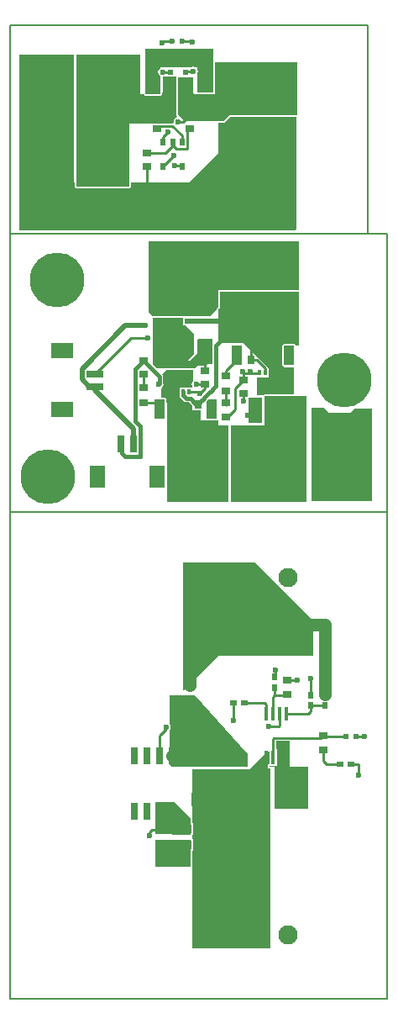
<source format=gtl>
G04*
G04 #@! TF.GenerationSoftware,Altium Limited,Altium Designer,18.1.9 (240)*
G04*
G04 Layer_Physical_Order=1*
G04 Layer_Color=255*
%FSLAX44Y44*%
%MOMM*%
G71*
G01*
G75*
%ADD10C,0.6000*%
%ADD11R,0.9000X1.2500*%
%ADD12R,0.9000X0.7500*%
%ADD13R,0.5500X0.5500*%
%ADD14R,0.9000X0.8000*%
%ADD15R,0.5500X0.8000*%
%ADD16C,0.2540*%
%ADD17R,5.5000X1.4300*%
%ADD18R,1.1000X1.7000*%
%ADD19R,0.5588X0.6604*%
%ADD20R,0.6604X0.5588*%
%ADD21R,0.4572X1.3589*%
%ADD22R,3.6000X0.9056*%
%ADD23R,0.6000X0.5000*%
%ADD24R,0.6500X1.7500*%
%ADD25R,0.4572X1.3716*%
%ADD26R,0.8000X0.9000*%
%ADD27C,1.2700*%
%ADD28R,0.5000X0.5600*%
%ADD29R,0.9000X0.7000*%
%ADD30R,0.7000X1.8000*%
%ADD31R,1.6000X2.2000*%
%ADD32R,1.8000X0.7000*%
%ADD33R,2.2000X1.6000*%
%ADD34R,0.9000X0.7000*%
%ADD35R,0.3000X0.6000*%
%ADD36R,2.4000X1.6000*%
%ADD37R,1.6000X0.6000*%
%ADD38C,0.3810*%
%ADD39C,0.5080*%
%ADD40C,0.2000*%
%ADD41C,2.5400*%
%ADD42C,1.9500*%
%ADD43C,5.5000*%
G36*
X204724Y922620D02*
X188214D01*
Y941643D01*
X188666Y942319D01*
X189017Y944084D01*
X188666Y945849D01*
X188214Y946525D01*
Y947640D01*
X187225D01*
X186169Y948345D01*
X184404Y948697D01*
X182639Y948345D01*
X181583Y947640D01*
X154572D01*
X153574Y947839D01*
X152576Y947640D01*
X151384D01*
Y947204D01*
X150312Y946488D01*
X149312Y944991D01*
X148961Y943226D01*
X149312Y941461D01*
X150312Y939964D01*
X151384Y939248D01*
Y920970D01*
X136144D01*
Y966690D01*
X204724D01*
Y922620D01*
D02*
G37*
G36*
X288798Y899380D02*
X220980D01*
X215138Y893538D01*
X175260D01*
X168656Y900142D01*
X168656Y925952D01*
X168684D01*
Y936500D01*
X168656D01*
Y938123D01*
X184150D01*
Y922240D01*
X185420Y920970D01*
X206502D01*
Y952720D01*
X288798D01*
Y899380D01*
D02*
G37*
G36*
X131064Y920462D02*
X134705D01*
X134978Y919804D01*
X136144Y919320D01*
X151384D01*
X152550Y919804D01*
X153034Y920970D01*
Y922620D01*
X153574Y923160D01*
X153574Y938242D01*
X166927Y938242D01*
X167006Y938123D01*
Y936500D01*
X167034Y936432D01*
Y926020D01*
X167006Y925952D01*
X167006Y900142D01*
X167489Y898976D01*
X167927Y898539D01*
X167558Y897323D01*
X167399Y897291D01*
X165902Y896292D01*
X164902Y894795D01*
X164551Y893030D01*
X164558Y892996D01*
X163075Y891513D01*
X153598D01*
Y891554D01*
X141550D01*
Y891252D01*
X119634D01*
Y827752D01*
X66294D01*
Y960340D01*
X131064D01*
Y920462D01*
D02*
G37*
G36*
X63754Y832070D02*
X64644D01*
Y827752D01*
X65128Y826586D01*
X66294Y826102D01*
X119634D01*
X120800Y826586D01*
X121284Y827752D01*
Y832070D01*
X180594D01*
X209804Y861280D01*
Y891888D01*
X215138D01*
X216304Y892372D01*
X221663Y897730D01*
X288544D01*
Y785080D01*
X287348Y783885D01*
X9144D01*
Y960340D01*
X63754D01*
Y832070D01*
D02*
G37*
G36*
X291084Y723496D02*
X209804D01*
Y720268D01*
X209699D01*
Y710220D01*
X209804D01*
Y706140D01*
X208761Y705443D01*
X207761Y703947D01*
X207693Y703605D01*
X201454Y697366D01*
X143764Y697366D01*
X139244Y701886D01*
X139244Y723496D01*
X139244Y772952D01*
X291084D01*
Y723496D01*
D02*
G37*
G36*
Y667616D02*
X287654D01*
X287170Y668782D01*
X286004Y669266D01*
X275844Y669266D01*
X274678Y668782D01*
X274194Y667616D01*
X274194Y647976D01*
X274678Y646810D01*
X275844Y646326D01*
Y646016D01*
X286004Y646016D01*
Y618466D01*
X256144Y618466D01*
X254981Y617984D01*
X254978Y617982D01*
X253878Y617500D01*
X253878Y617500D01*
X253878Y617500D01*
X248524D01*
Y635276D01*
X260604D01*
Y645016D01*
X235204Y670416D01*
X209804D01*
X209804Y704035D01*
X209950Y704254D01*
X210721Y704768D01*
X210814Y704909D01*
X210970Y704974D01*
X211155Y705418D01*
X211422Y705818D01*
X211389Y705984D01*
X211454Y706140D01*
Y710220D01*
X211349Y710473D01*
Y720014D01*
X211454Y720268D01*
Y721846D01*
X291084D01*
Y667616D01*
D02*
G37*
G36*
X174244Y690476D02*
X174370Y690350D01*
Y687962D01*
X176758D01*
X185166Y679554D01*
Y659497D01*
X178394Y652724D01*
X181593D01*
X188740Y659871D01*
Y673222D01*
X189638Y674120D01*
X203479Y674120D01*
X203479Y648720D01*
X190289Y648720D01*
X186083Y644514D01*
X178394D01*
Y645487D01*
X177432Y644659D01*
X176784Y644756D01*
X147381D01*
X143764Y648373D01*
Y695556D01*
X174244D01*
X174244Y690476D01*
D02*
G37*
G36*
X286004Y667616D02*
X286004Y647976D01*
X275844Y647976D01*
X275844Y667616D01*
X286004Y667616D01*
D02*
G37*
G36*
X233384D02*
X233384Y647976D01*
X223224Y647976D01*
X223224Y667616D01*
X233384Y667616D01*
D02*
G37*
G36*
X178394Y642865D02*
X184404D01*
Y632087D01*
X183992Y631812D01*
X182992Y630315D01*
X182641Y628550D01*
X182992Y626785D01*
X183160Y626534D01*
X182481Y625264D01*
X177315D01*
X177315Y625264D01*
X176863D01*
Y625264D01*
X176045Y625264D01*
X170815D01*
Y622972D01*
X170759Y622888D01*
X170493Y621550D01*
Y617741D01*
X170493Y617741D01*
X170759Y616403D01*
X170815Y616319D01*
Y616216D01*
X170884D01*
X171517Y615269D01*
X171517Y615269D01*
X174946Y611839D01*
X176081Y611081D01*
X177419Y610815D01*
X179780D01*
X183365Y607230D01*
Y602636D01*
X192024D01*
Y592036D01*
X209804D01*
Y587016D01*
X219964Y587016D01*
X219964Y510136D01*
X157515Y510136D01*
Y610284D01*
X156999Y610801D01*
Y613740D01*
X156515Y614907D01*
X155349Y615390D01*
X152410Y615390D01*
X152134Y615666D01*
Y624845D01*
X152798Y625288D01*
X153798Y626785D01*
X154149Y628550D01*
X153919Y629709D01*
Y636770D01*
X153653Y638108D01*
X152963Y639141D01*
X156928Y643106D01*
X176661D01*
X177187Y643027D01*
X177250Y643043D01*
X177309Y643014D01*
X177713Y643147D01*
X178394Y642865D01*
D02*
G37*
G36*
X208039Y613740D02*
X208039Y594100D01*
X197879Y594100D01*
X197879Y612180D01*
X199440Y613740D01*
X208039Y613740D01*
D02*
G37*
G36*
X155349D02*
X155349Y594100D01*
X145189Y594100D01*
X145189Y613740D01*
X155349Y613740D01*
D02*
G37*
G36*
X253604Y615536D02*
X253604Y590136D01*
X240284Y590136D01*
X240284Y615536D01*
X253604Y615536D01*
D02*
G37*
G36*
X298704Y616816D02*
X298704Y510136D01*
X223394Y510136D01*
X222496Y511034D01*
X222526Y587016D01*
X256144Y587016D01*
X256144Y616816D01*
X298704Y616816D01*
D02*
G37*
G36*
X321564Y600296D02*
X343206D01*
X346964Y604054D01*
X364744D01*
Y511396D01*
X303784D01*
Y605376D01*
X316484D01*
X321564Y600296D01*
D02*
G37*
G36*
X305054Y390652D02*
Y355092D01*
X209319D01*
X174932Y320705D01*
X173759Y321191D01*
Y449072D01*
X246634D01*
X305054Y390652D01*
D02*
G37*
G36*
X239014Y256032D02*
Y243332D01*
X163255D01*
X160274Y246313D01*
Y279877D01*
X160330Y279914D01*
X161330Y281411D01*
X161681Y283176D01*
X161330Y284941D01*
X160330Y286438D01*
X160274Y286475D01*
Y315722D01*
X185674D01*
X239014Y256032D01*
D02*
G37*
G36*
X281966Y243332D02*
X299974D01*
X299974Y201422D01*
X266726Y201422D01*
X266726Y243332D01*
X261094D01*
Y244729D01*
X268556D01*
Y261493D01*
X267595D01*
Y269439D01*
X281966D01*
Y243332D01*
D02*
G37*
G36*
X181864Y191562D02*
Y175667D01*
X180950Y174785D01*
X146304Y176022D01*
Y207772D01*
X165654D01*
X181864Y191562D01*
D02*
G37*
G36*
Y159456D02*
X181484Y158540D01*
Y143002D01*
X146304D01*
Y169672D01*
X181864D01*
Y159456D01*
D02*
G37*
G36*
X260936Y258606D02*
Y246313D01*
X259928Y245895D01*
X259445Y244729D01*
Y243332D01*
X259928Y242166D01*
X261094Y241682D01*
X261874D01*
Y60452D01*
X183134D01*
Y158540D01*
X183862D01*
Y170644D01*
X183134D01*
Y174540D01*
X183862D01*
Y186644D01*
X183514D01*
Y191562D01*
X183134Y192478D01*
Y240792D01*
X241326D01*
X259666Y259132D01*
X260936Y258606D01*
D02*
G37*
D10*
X172907Y974310D02*
D03*
X163255D02*
D03*
X190839Y619176D02*
D03*
X150269Y654916D02*
D03*
X175049Y606646D02*
D03*
X273304Y602836D02*
D03*
X257204Y654916D02*
D03*
X239335Y597176D02*
D03*
X241784Y641206D02*
D03*
X183321Y973294D02*
D03*
X153095Y972651D02*
D03*
X153574Y943226D02*
D03*
X184404Y944084D02*
D03*
X164388Y858740D02*
D03*
X165354Y848580D02*
D03*
X169164Y893030D02*
D03*
X159004Y882870D02*
D03*
X277114Y361442D02*
D03*
X287274D02*
D03*
X296164Y372872D02*
D03*
Y361442D02*
D03*
X287274Y372872D02*
D03*
X277114D02*
D03*
X266954Y341122D02*
D03*
X157069Y283176D02*
D03*
X260604Y283972D02*
D03*
X225044Y290322D02*
D03*
X140511Y174428D02*
D03*
X297434Y234442D02*
D03*
X172145Y150622D02*
D03*
X163255D02*
D03*
X154365D02*
D03*
X302514Y332232D02*
D03*
X289814Y234442D02*
D03*
Y224282D02*
D03*
X280924D02*
D03*
Y234442D02*
D03*
X357124Y273812D02*
D03*
X289194Y330342D02*
D03*
X351139Y234807D02*
D03*
X149537Y628550D02*
D03*
X187254D02*
D03*
X202959Y599180D02*
D03*
X280924Y662536D02*
D03*
X136144Y687936D02*
D03*
X212022Y702181D02*
D03*
X138684Y675236D02*
D03*
X244064Y606656D02*
D03*
X235204Y611736D02*
D03*
X199899Y657600D02*
D03*
X233904Y641466D02*
D03*
X195989Y649980D02*
D03*
X150269Y599180D02*
D03*
X228304Y662536D02*
D03*
D11*
X193460Y928976D02*
D03*
Y945476D02*
D03*
X144360Y928976D02*
D03*
Y945476D02*
D03*
D12*
X175160Y931226D02*
D03*
X162660D02*
D03*
D13*
X176910Y943226D02*
D03*
X160910D02*
D03*
D14*
X180594Y900030D02*
D03*
Y886030D02*
D03*
X137414Y847930D02*
D03*
Y861930D02*
D03*
X147574Y900030D02*
D03*
Y886030D02*
D03*
X315214Y260462D02*
D03*
Y274462D02*
D03*
X279426Y316342D02*
D03*
Y330342D02*
D03*
X217424Y609836D02*
D03*
Y595836D02*
D03*
X134469Y638724D02*
D03*
Y652724D02*
D03*
X235204Y633166D02*
D03*
Y619166D02*
D03*
X195989Y628550D02*
D03*
Y642550D02*
D03*
D15*
X163474Y872326D02*
D03*
X172974D02*
D03*
X153974D02*
D03*
Y848326D02*
D03*
X172974D02*
D03*
D16*
X193866Y908270D02*
X213614D01*
X176530Y925606D02*
X193866Y908270D01*
X230124Y924780D02*
X213614Y908270D01*
X182305Y974310D02*
X183321Y973294D01*
Y972651D01*
X172907Y974310D02*
X182305D01*
X154753D02*
X153095Y972651D01*
X154753Y974310D02*
X163255D01*
X172907D02*
X173923Y973294D01*
X175160Y931988D02*
X173482Y930310D01*
X176530Y929860D02*
Y925606D01*
X178054Y931384D02*
X176530Y929860D01*
X153670Y943322D02*
X153574Y943226D01*
X160910D01*
X177768Y944084D02*
X176910Y943226D01*
X177768Y944084D02*
X184404D01*
X162660Y931226D02*
X162674Y931212D01*
Y925910D01*
X173482Y930310D02*
Y907142D01*
X180594Y900030D01*
X165354Y848580D02*
X173228D01*
X147574Y910810D02*
Y900030D01*
X162674Y925910D02*
X147574Y910810D01*
X163370Y888664D02*
X172974Y879060D01*
X150208Y888664D02*
X163370D01*
X150208D02*
X147574Y886030D01*
X169164Y893030D02*
X173594D01*
X180594Y900030D02*
X173594Y893030D01*
X164388Y858740D02*
X153974Y848326D01*
X167502Y865532D02*
X176881D01*
X163474Y869560D02*
X167502Y865532D01*
X173228Y848580D02*
X172974Y848326D01*
X159004Y882870D02*
X153974Y877840D01*
Y872326D01*
X172974Y879060D02*
Y872326D01*
X178518Y886680D02*
Y865554D01*
X176903D02*
X176881Y865532D01*
X176903Y865554D02*
X178518D01*
X163474Y869560D02*
X155844Y861930D01*
X137414D02*
X155844D01*
X137414Y847930D02*
Y828260D01*
X266954Y334492D02*
Y341122D01*
X266726Y334264D02*
X266954Y334492D01*
X157069Y281417D02*
Y283176D01*
X150114Y274462D02*
X157069Y281417D01*
X270144Y283972D02*
X260604D01*
X225044Y290322D02*
X224816Y290550D01*
Y308102D01*
X140511Y174428D02*
Y177848D01*
X142494Y179832D01*
X163578D02*
X142494D01*
X163578D02*
X164338Y180592D01*
X332717Y245872D02*
X332717Y245872D01*
X332717Y245872D02*
X319024D01*
X343639D02*
X343639Y245872D01*
X351139Y245872D02*
X343639D01*
X256566Y308102D02*
X235738D01*
X266726Y315842D02*
X266726Y315842D01*
Y323342D01*
X289814Y217132D02*
Y224282D01*
X282994Y210312D02*
X289814Y217132D01*
X258246Y232825D02*
Y253111D01*
X257899Y210159D02*
Y233172D01*
X258519Y209538D02*
X257899Y210159D01*
X258519Y155115D02*
Y209538D01*
X317406Y304920D02*
X302514D01*
Y299212D02*
Y304920D01*
X300355Y297053D02*
X302514Y299212D01*
X300355Y297053D02*
X277746D01*
X302514Y315842D02*
X302514Y315842D01*
X172145Y150622D02*
Y156785D01*
X164338Y164592D01*
X154365Y150622D02*
Y154619D01*
X164338Y164592D01*
X163255Y150622D02*
X164338Y151705D01*
Y164592D01*
Y180592D02*
X162814Y182116D01*
Y198822D01*
X150114D01*
Y254822D02*
Y274462D01*
X271246Y285074D02*
Y297053D01*
X270144Y283972D02*
X271246Y285074D01*
X313040Y272288D02*
X315214Y274462D01*
X313040Y272288D02*
X265202D01*
X264746Y271832D02*
X265202Y272288D01*
X255139Y151735D02*
X258519Y155115D01*
X302514Y315842D02*
Y332232D01*
X280924Y227442D02*
Y234442D01*
X271899Y233172D02*
X273169Y234442D01*
X280924D02*
X273169D01*
X357124Y273812D02*
X348639D01*
X315214Y249682D02*
Y260462D01*
X319024Y245872D02*
X315214Y249682D01*
X315864Y273812D02*
X315214Y274462D01*
X338639Y273812D02*
X315864D01*
X289194Y330342D02*
X279426D01*
X351139Y234807D02*
Y245872D01*
X264746Y297053D02*
Y313862D01*
X266726Y315842D01*
X264746Y253111D02*
Y271832D01*
X258246Y306422D02*
X256566Y308102D01*
X258246Y297053D02*
Y306422D01*
X255139Y151735D02*
X234819D01*
X229739Y146656D02*
X234819Y151735D01*
X229739Y74422D02*
Y146656D01*
X278926Y315842D02*
X279426Y316342D01*
X278926Y315842D02*
X266726D01*
X277746Y297053D02*
X278635Y297942D01*
X277746Y253111D02*
X271246D01*
X271899Y233172D02*
X271246Y233825D01*
Y253111D01*
X258519Y232552D02*
X258246Y232825D01*
X257204Y644514D02*
Y640166D01*
X192403Y620740D02*
X180339D01*
X195989Y628550D02*
X187254D01*
X186944D01*
X150815Y608040D02*
X148571Y610284D01*
X134469D01*
X195989Y649980D02*
X194749Y648740D01*
X180339D01*
X192403Y620740D02*
X190839Y619176D01*
X195989Y624326D02*
X192403Y620740D01*
X195989Y628550D02*
Y624326D01*
X280924Y653676D02*
X280304Y653056D01*
X242824Y640166D02*
X235204D01*
X250704D02*
X242824D01*
X241784Y641206D01*
X280924Y662536D02*
Y653676D01*
X246944Y702181D02*
X212022D01*
X242304Y669636D02*
Y653056D01*
X121524Y675236D02*
X85324Y639036D01*
X138684Y675236D02*
X121524D01*
X226894Y603456D02*
X217424Y593986D01*
X217424Y642176D02*
Y637306D01*
X228304Y653056D02*
X217424Y642176D01*
X226894Y624856D02*
Y603456D01*
X235204Y633166D02*
X226894Y624856D01*
X235204Y619166D02*
Y611736D01*
X219964Y608576D02*
X219964Y608576D01*
X217424Y619176D02*
Y607986D01*
X134469Y638724D02*
Y625284D01*
X248662Y653056D02*
X242304D01*
X257204Y644514D02*
X248662Y653056D01*
X235204Y619166D02*
X235204Y619166D01*
Y640166D02*
X233904Y641466D01*
X235204Y640166D02*
Y633166D01*
X195989Y649980D02*
Y642550D01*
X228304Y662536D02*
Y653056D01*
D17*
X209804Y210312D02*
D03*
Y250712D02*
D03*
D18*
X255994Y210312D02*
D03*
X282994D02*
D03*
D19*
X302514Y304920D02*
D03*
Y315842D02*
D03*
X317406D02*
D03*
Y304920D02*
D03*
X266726Y334264D02*
D03*
Y323342D02*
D03*
D20*
X235738Y308102D02*
D03*
X224816D02*
D03*
X332717Y245872D02*
D03*
X343639D02*
D03*
D21*
X180594Y325946D02*
D03*
Y305499D02*
D03*
D22*
X164338Y180592D02*
D03*
Y164592D02*
D03*
D23*
X338639Y273812D02*
D03*
X348639D02*
D03*
D24*
X124714Y198822D02*
D03*
X137414D02*
D03*
X150114D02*
D03*
X162814D02*
D03*
X124714Y254822D02*
D03*
X137414D02*
D03*
X150114D02*
D03*
X162814D02*
D03*
D25*
X258246Y253111D02*
D03*
X264746D02*
D03*
X271246D02*
D03*
X277746D02*
D03*
Y297053D02*
D03*
X271246D02*
D03*
X264746D02*
D03*
X258246D02*
D03*
D26*
X257899Y233172D02*
D03*
X271899D02*
D03*
X178829Y667080D02*
D03*
X192829D02*
D03*
X266764Y653676D02*
D03*
X280764D02*
D03*
X242304Y653056D02*
D03*
X228304D02*
D03*
X164815Y608040D02*
D03*
X150815D02*
D03*
X188889Y608660D02*
D03*
X202889D02*
D03*
X262524Y597176D02*
D03*
X248524D02*
D03*
D27*
X246634Y433832D02*
X229739D01*
X246634Y433032D02*
Y433832D01*
X292824Y386842D02*
X246634Y433032D01*
X317406Y386842D02*
X292824D01*
X317406Y316096D02*
Y386842D01*
X229739Y410587D02*
Y420247D01*
Y433832D01*
X277114Y372872D02*
X229739Y420247D01*
X162814Y254822D02*
X171293Y263301D01*
Y284831D01*
X176784Y290322D01*
X180594Y361442D02*
X229739Y410587D01*
X180594Y325946D02*
Y361442D01*
X229739Y74422D02*
X216154D01*
X209804Y80772D01*
Y210312D01*
X166924Y250712D02*
X162814Y254822D01*
X209804Y250712D02*
X166924D01*
X180366Y290322D02*
X176784D01*
X180366Y305270D02*
X180594Y305499D01*
X180366Y290322D02*
Y305270D01*
D28*
X158894Y692286D02*
D03*
X165394D02*
D03*
X171894D02*
D03*
X178394D02*
D03*
Y721686D02*
D03*
X171894D02*
D03*
X165394D02*
D03*
X158894D02*
D03*
D29*
X215723Y696244D02*
D03*
Y715244D02*
D03*
X195469Y705694D02*
D03*
D30*
X111384Y568536D02*
D03*
X123884D02*
D03*
D31*
X87884Y535536D02*
D03*
X147384D02*
D03*
D32*
X85324Y639036D02*
D03*
Y626536D02*
D03*
D33*
X52324Y662536D02*
D03*
Y603036D02*
D03*
D34*
X217424Y637016D02*
D03*
Y622016D02*
D03*
X134469Y610284D02*
D03*
Y625284D02*
D03*
D35*
X180339Y648740D02*
D03*
Y620740D02*
D03*
X173839D02*
D03*
X167339D02*
D03*
X160839D02*
D03*
X250854Y612976D02*
D03*
Y640976D02*
D03*
X257354D02*
D03*
X263854D02*
D03*
X270354D02*
D03*
D36*
X170589Y634740D02*
D03*
X260604Y626976D02*
D03*
D37*
X167339Y648740D02*
D03*
X263854Y612976D02*
D03*
D38*
X173989Y621550D02*
Y617741D01*
X177419Y614311D02*
X173989Y617741D01*
X181228Y614311D02*
X177419D01*
X186879Y608660D02*
X181228Y614311D01*
X188889Y608660D02*
X186879D01*
X125984Y644239D02*
Y591623D01*
X134469Y652724D02*
X125984Y644239D01*
X112270Y567650D02*
X111384Y568536D01*
X150423Y629436D02*
X149537Y628550D01*
X150423Y636770D02*
X134469Y652724D01*
X150423Y636770D02*
Y629436D01*
X201350Y621121D02*
X197268Y617039D01*
X201909Y621121D02*
X201350D01*
X203918Y623130D02*
X201909Y621121D01*
X203918Y623689D02*
Y623130D01*
X207264Y627035D02*
X203918Y623689D01*
X192976Y612747D02*
X188889Y608660D01*
X193502Y612747D02*
X192976D01*
X197268Y616513D02*
X193502Y612747D01*
X197268Y617039D02*
Y616513D01*
X207264Y667616D02*
Y627035D01*
X115824Y555856D02*
X112270Y559410D01*
X131064Y555856D02*
X115824D01*
X131064Y586543D02*
Y555856D01*
X112270Y567650D02*
Y559410D01*
X131064Y586543D02*
X125984Y591623D01*
X212344Y672696D02*
X207264Y667616D01*
D39*
X85324Y626536D02*
Y622536D01*
X123884Y583976D02*
X85324Y622536D01*
X123884Y583976D02*
Y568536D01*
X79274Y626536D02*
X72260Y633550D01*
Y644219D02*
Y633550D01*
X115977Y687936D02*
X72260Y644219D01*
X214884Y692286D02*
X180339D01*
X136144Y687936D02*
X115977D01*
X85324Y626536D02*
X79274D01*
D40*
X0Y500000D02*
X380000D01*
X0Y780000D02*
X380000D01*
X0Y10000D02*
X380000D01*
Y780000D01*
X360000D02*
X380000D01*
X360000D02*
Y990000D01*
X0D02*
X360000D01*
X0Y10000D02*
Y990000D01*
D41*
X230124Y924780D02*
D03*
Y882870D02*
D03*
X246944Y744091D02*
D03*
Y702181D02*
D03*
D42*
X91694Y846040D02*
D03*
X41694D02*
D03*
X91294Y937480D02*
D03*
X41294D02*
D03*
X229739Y74422D02*
D03*
X279739D02*
D03*
X229739Y433832D02*
D03*
X279739D02*
D03*
X200044Y538479D02*
D03*
X250044D02*
D03*
D43*
X336804Y633166D02*
D03*
X47244Y733656D02*
D03*
X37450Y535536D02*
D03*
M02*

</source>
